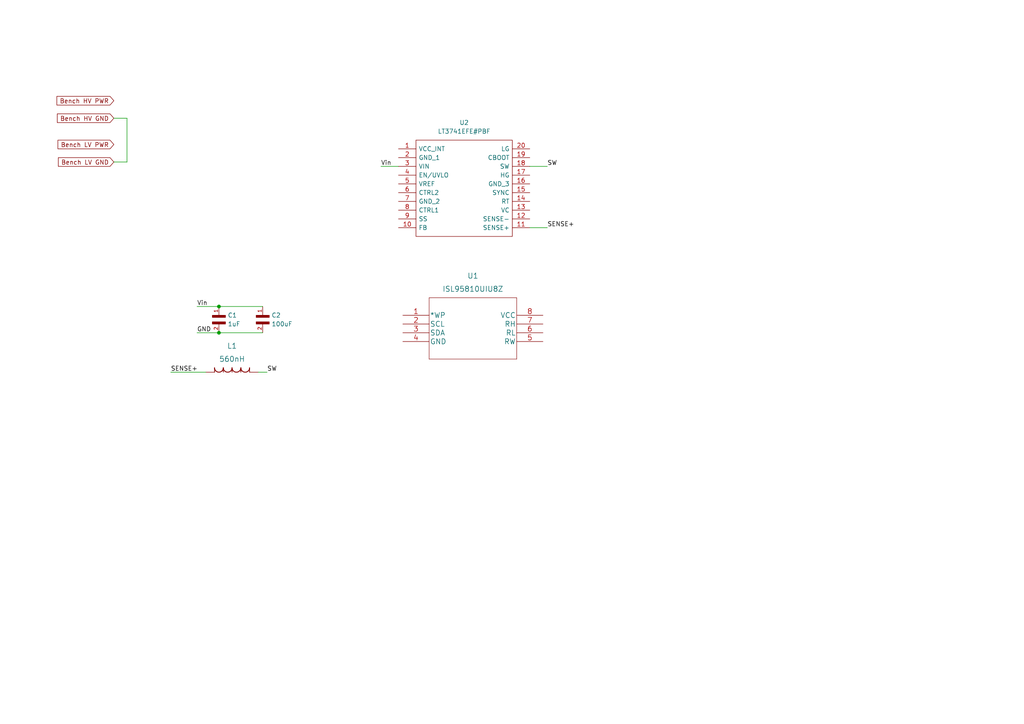
<source format=kicad_sch>
(kicad_sch (version 20211123) (generator eeschema)
  (paper "A4")
  (lib_symbols
    (symbol "0805cap:S-0805" (pin_names (offset 1.016) hide)
      (property "Reference" "C" (at 0 3.81 0))
      (property "Value" "S-0805" (at 0 -5.08 0))
      (symbol "S-0805_0_0"
        (rectangle (start 0 -1.905) (end 0.635 1.905) (fill (type outline)))
        (rectangle (start 1.905 -1.905) (end 2.54 1.905) (fill (type outline)))
        (pin passive line (at 5.08 0 180) (length 2.54) (name "~") (number "1"))
        (pin passive line (at -2.54 0 0) (length 2.54) (name "~") (number "2"))
      )
    )
    (symbol "560nH_IND:IHLP6767GZERR56M01" (pin_numbers hide) (pin_names (offset 1.651) hide)
      (property "Reference" "L" (at 6.985 5.08 0))
      (property "Value" "IHLP6767GZERR56M01" (at 6.985 -5.715 0))
      (symbol "IHLP6767GZERR56M01_1_1"
        (polyline (pts (xy 2.54 0) (xy 2.54 1.27)) (stroke (width 0.2032)))
        (polyline (pts (xy 5.08 0) (xy 5.08 1.27)) (stroke (width 0.2032)))
        (polyline (pts (xy 7.62 0) (xy 7.62 1.27)) (stroke (width 0.2032)))
        (polyline (pts (xy 10.16 0) (xy 10.16 1.27)) (stroke (width 0.2032)))
        (polyline (pts (xy 12.7 0) (xy 12.7 1.27)) (stroke (width 0.2032)))
        (arc (start 2.54 1.27) (mid 3.81 0) (end 5.08 1.27) (stroke (width 0.254)))
        (arc (start 5.08 1.27) (mid 6.35 0) (end 7.62 1.27) (stroke (width 0.254)))
        (arc (start 7.62 1.27) (mid 8.89 0) (end 10.16 1.27) (stroke (width 0.254)))
        (arc (start 10.16 1.27) (mid 11.43 0) (end 12.7 1.27) (stroke (width 0.254)))
        (pin unspecified line (at 15.24 0 180) (length 2.54) (name "1") (number "1"))
        (pin unspecified line (at 0 0 0) (length 2.54) (name "2") (number "2"))
      )
    )
    (symbol "Buck2:LT3741EFE#PBF" (pin_names (offset 0.762))
      (property "Reference" "IC" (at 34.29 7.62 0))
      (property "Value" "LT3741EFE#PBF" (at 34.29 5.08 0))
      (symbol "LT3741EFE#PBF_0_0"
        (pin passive line (at 0 0 0) (length 5.08) (name "VCC_INT") (number "1"))
        (pin passive line (at 0 -22.86 0) (length 5.08) (name "FB") (number "10"))
        (pin passive line (at 38.1 -22.86 180) (length 5.08) (name "SENSE+") (number "11"))
        (pin passive line (at 38.1 -20.32 180) (length 5.08) (name "SENSE-") (number "12"))
        (pin passive line (at 38.1 -17.78 180) (length 5.08) (name "VC") (number "13"))
        (pin passive line (at 38.1 -15.24 180) (length 5.08) (name "RT") (number "14"))
        (pin passive line (at 38.1 -12.7 180) (length 5.08) (name "SYNC") (number "15"))
        (pin passive line (at 38.1 -10.16 180) (length 5.08) (name "GND_3") (number "16"))
        (pin passive line (at 38.1 -7.62 180) (length 5.08) (name "HG") (number "17"))
        (pin passive line (at 38.1 -5.08 180) (length 5.08) (name "SW") (number "18"))
        (pin passive line (at 38.1 -2.54 180) (length 5.08) (name "CBOOT") (number "19"))
        (pin passive line (at 0 -2.54 0) (length 5.08) (name "GND_1") (number "2"))
        (pin passive line (at 38.1 0 180) (length 5.08) (name "LG") (number "20"))
        (pin passive line (at 0 -5.08 0) (length 5.08) (name "VIN") (number "3"))
        (pin passive line (at 0 -7.62 0) (length 5.08) (name "EN/UVLO") (number "4"))
        (pin passive line (at 0 -10.16 0) (length 5.08) (name "VREF") (number "5"))
        (pin passive line (at 0 -12.7 0) (length 5.08) (name "CTRL2") (number "6"))
        (pin passive line (at 0 -15.24 0) (length 5.08) (name "GND_2") (number "7"))
        (pin passive line (at 0 -17.78 0) (length 5.08) (name "CTRL1") (number "8"))
        (pin passive line (at 0 -20.32 0) (length 5.08) (name "SS") (number "9"))
      )
      (symbol "LT3741EFE#PBF_0_1"
        (polyline (pts (xy 5.08 2.54) (xy 33.02 2.54) (xy 33.02 -25.4) (xy 5.08 -25.4) (xy 5.08 2.54)) (stroke (width 0.1524)))
      )
    )
    (symbol "digipot:ISL95810UIU8Z" (pin_names (offset 0.254))
      (property "Reference" "U" (at 20.32 10.16 0))
      (property "Value" "ISL95810UIU8Z" (at 20.32 7.62 0))
      (symbol "ISL95810UIU8Z_1_1"
        (polyline (pts (xy 7.62 -12.7) (xy 33.02 -12.7)) (stroke (width 0.127)))
        (polyline (pts (xy 7.62 5.08) (xy 7.62 -12.7)) (stroke (width 0.127)))
        (polyline (pts (xy 33.02 -12.7) (xy 33.02 5.08)) (stroke (width 0.127)))
        (polyline (pts (xy 33.02 5.08) (xy 7.62 5.08)) (stroke (width 0.127)))
        (pin unspecified line (at 0 0 0) (length 7.62) (name "*WP") (number "1"))
        (pin unspecified line (at 0 -2.54 0) (length 7.62) (name "SCL") (number "2"))
        (pin bidirectional line (at 0 -5.08 0) (length 7.62) (name "SDA") (number "3"))
        (pin power_in line (at 0 -7.62 0) (length 7.62) (name "GND") (number "4"))
        (pin unspecified line (at 40.64 -7.62 180) (length 7.62) (name "RW") (number "5"))
        (pin unspecified line (at 40.64 -5.08 180) (length 7.62) (name "RL") (number "6"))
        (pin unspecified line (at 40.64 -2.54 180) (length 7.62) (name "RH") (number "7"))
        (pin power_in line (at 40.64 0 180) (length 7.62) (name "VCC") (number "8"))
      )
    )
  )
  (junction (at 63.5 88.9))
  (junction (at 63.5 96.52))
  (wire (pts (xy 153.67 66.04) (xy 158.75 66.04)))
  (wire (pts (xy 57.15 96.52) (xy 63.5 96.52)))
  (wire (pts (xy 63.5 88.9) (xy 76.2 88.9)))
  (wire (pts (xy 57.15 88.9) (xy 63.5 88.9)))
  (wire (pts (xy 110.49 48.26) (xy 115.57 48.26)))
  (wire (pts (xy 153.67 48.26) (xy 158.75 48.26)))
  (wire (pts (xy 33.02 34.29) (xy 36.83 34.29)))
  (wire (pts (xy 74.93 107.95) (xy 77.47 107.95)))
  (wire (pts (xy 49.53 107.95) (xy 59.69 107.95)))
  (wire (pts (xy 63.5 96.52) (xy 76.2 96.52)))
  (wire (pts (xy 36.83 34.29) (xy 36.83 46.99)))
  (wire (pts (xy 36.83 46.99) (xy 33.02 46.99)))
  (label "SW" (at 158.75 48.26 0))
  (label "SENSE+" (at 158.75 66.04 0))
  (label "GND" (at 57.15 96.52 0))
  (label "SW" (at 77.47 107.95 0))
  (label "Vin" (at 110.49 48.26 0))
  (label "SENSE+" (at 49.53 107.95 0))
  (label "Vin" (at 57.15 88.9 0))
  (global_label "Bench LV GND" (shape input) (at 33.02 46.99 180) (property "Intersheet References" "${INTERSHEET_REFS}" (effects hide)))
  (global_label "Bench LV PWR" (shape input) (at 33.02 41.91 180) (property "Intersheet References" "${INTERSHEET_REFS}" (effects hide)))
  (global_label "Bench HV GND" (shape input) (at 33.02 34.29 180) (property "Intersheet References" "${INTERSHEET_REFS}" (effects hide)))
  (global_label "Bench HV PWR" (shape input) (at 33.02 29.21 180) (property "Intersheet References" "${INTERSHEET_REFS}" (effects hide)))
  (symbol (lib_id "0805cap:S-0805") (at 76.2 93.98 90) (unit 1)
    (property "Reference" "C2" (at 78.74 91.4399 90) (effects (justify right)))
    (property "Value" "100uF" (at 78.74 93.9799 90) (effects (justify right)))
    (property "Footprint" "CAPC2012X127N" (effects hide))
  )
  (symbol (lib_id "0805cap:S-0805") (at 63.5 93.98 90) (unit 1)
    (property "Reference" "C1" (at 66.04 91.4399 90) (effects (justify right)))
    (property "Value" "1uF" (at 66.04 93.9799 90) (effects (justify right)))
    (property "Footprint" "CAPC2012X127N" (effects hide))
  )
  (symbol (lib_id "digipot:ISL95810UIU8Z") (at 116.84 91.44 0) (unit 1)
    (property "Reference" "U1" (at 137.16 80.01 0) (effects (font (size 1.524 1.524))))
    (property "Value" "ISL95810UIU8Z" (at 137.16 83.82 0) (effects (font (size 1.524 1.524))))
    (property "Footprint" "MSOP8_3P05X3P05_INR" (effects hide))
  )
  (symbol (lib_id "Buck2:LT3741EFE#PBF") (at 115.57 43.18 0) (unit 1)
    (property "Reference" "U2" (at 134.62 35.56 0))
    (property "Value" "LT3741EFE#PBF" (at 134.62 38.1 0))
    (property "Footprint" "SOP65P640X120-20N" (effects hide))
    (property "Datasheet" "https://www.analog.com/media/en/technical-documentation/data-sheets/37411fg.pdf" (effects hide))
    (property "Description" "Linear Technology, LT3741EFE#PBF Step-Down Switching Regulator 20A, 0  34 V, 20-Pin TSSOP" (effects hide))
    (property "Height" "1.2" (effects hide))
    (property "Manufacturer_Name" "Analog Devices" (effects hide))
    (property "Manufacturer_Part_Number" "LT3741EFE#PBF" (effects hide))
    (property "Mouser Part Number" "584-LT3741EFE#PBF" (effects hide))
    (property "Mouser Price/Stock" "https://www.mouser.co.uk/ProductDetail/Analog-Devices-Linear-Technology/LT3741EFEPBF?qs=hVkxg5c3xu9OVpTbq3Fh0A%3D%3D" (effects hide))
    (property "Arrow Part Number" "LT3741EFE#PBF" (effects hide))
    (property "Arrow Price/Stock" "https://www.arrow.com/en/products/lt3741efepbf/linear-technology" (effects hide))
  )
  (symbol (lib_id "560nH_IND:IHLP6767GZERR56M01") (at 59.69 107.95 0) (unit 1)
    (property "Reference" "L1" (at 67.31 100.33 0) (effects (font (size 1.524 1.524))))
    (property "Value" "560nH" (at 67.31 104.14 0) (effects (font (size 1.524 1.524))))
    (property "Footprint" "IND_IHLP-6767GZ_VIS" (effects hide))
  )
)
</source>
